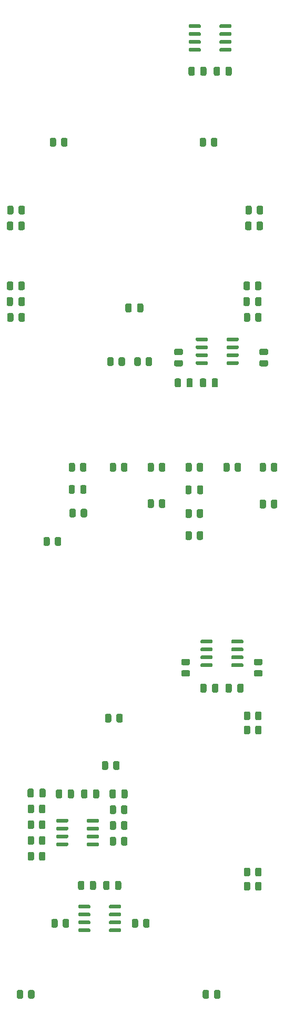
<source format=gbp>
G04 #@! TF.GenerationSoftware,KiCad,Pcbnew,6.0.5+dfsg-1~bpo11+1*
G04 #@! TF.CreationDate,2023-04-15T13:23:45+00:00*
G04 #@! TF.ProjectId,compressor_distortion,636f6d70-7265-4737-936f-725f64697374,0.1*
G04 #@! TF.SameCoordinates,Original*
G04 #@! TF.FileFunction,Paste,Bot*
G04 #@! TF.FilePolarity,Positive*
%FSLAX46Y46*%
G04 Gerber Fmt 4.6, Leading zero omitted, Abs format (unit mm)*
G04 Created by KiCad (PCBNEW 6.0.5+dfsg-1~bpo11+1) date 2023-04-15 13:23:45*
%MOMM*%
%LPD*%
G01*
G04 APERTURE LIST*
G04 APERTURE END LIST*
G36*
G01*
X91580000Y-102649000D02*
X91580000Y-103599000D01*
G75*
G02*
X91330000Y-103849000I-250000J0D01*
G01*
X90830000Y-103849000D01*
G75*
G02*
X90580000Y-103599000I0J250000D01*
G01*
X90580000Y-102649000D01*
G75*
G02*
X90830000Y-102399000I250000J0D01*
G01*
X91330000Y-102399000D01*
G75*
G02*
X91580000Y-102649000I0J-250000D01*
G01*
G37*
G36*
G01*
X89680000Y-102649000D02*
X89680000Y-103599000D01*
G75*
G02*
X89430000Y-103849000I-250000J0D01*
G01*
X88930000Y-103849000D01*
G75*
G02*
X88680000Y-103599000I0J250000D01*
G01*
X88680000Y-102649000D01*
G75*
G02*
X88930000Y-102399000I250000J0D01*
G01*
X89430000Y-102399000D01*
G75*
G02*
X89680000Y-102649000I0J-250000D01*
G01*
G37*
G36*
G01*
X128709000Y-160627000D02*
X129609000Y-160627000D01*
G75*
G02*
X129859000Y-160877000I0J-250000D01*
G01*
X129859000Y-161402000D01*
G75*
G02*
X129609000Y-161652000I-250000J0D01*
G01*
X128709000Y-161652000D01*
G75*
G02*
X128459000Y-161402000I0J250000D01*
G01*
X128459000Y-160877000D01*
G75*
G02*
X128709000Y-160627000I250000J0D01*
G01*
G37*
G36*
G01*
X128709000Y-162452000D02*
X129609000Y-162452000D01*
G75*
G02*
X129859000Y-162702000I0J-250000D01*
G01*
X129859000Y-163227000D01*
G75*
G02*
X129609000Y-163477000I-250000J0D01*
G01*
X128709000Y-163477000D01*
G75*
G02*
X128459000Y-163227000I0J250000D01*
G01*
X128459000Y-162702000D01*
G75*
G02*
X128709000Y-162452000I250000J0D01*
G01*
G37*
G36*
G01*
X111661000Y-202750000D02*
X111661000Y-203650000D01*
G75*
G02*
X111411000Y-203900000I-250000J0D01*
G01*
X110886000Y-203900000D01*
G75*
G02*
X110636000Y-203650000I0J250000D01*
G01*
X110636000Y-202750000D01*
G75*
G02*
X110886000Y-202500000I250000J0D01*
G01*
X111411000Y-202500000D01*
G75*
G02*
X111661000Y-202750000I0J-250000D01*
G01*
G37*
G36*
G01*
X109836000Y-202750000D02*
X109836000Y-203650000D01*
G75*
G02*
X109586000Y-203900000I-250000J0D01*
G01*
X109061000Y-203900000D01*
G75*
G02*
X108811000Y-203650000I0J250000D01*
G01*
X108811000Y-202750000D01*
G75*
G02*
X109061000Y-202500000I250000J0D01*
G01*
X109586000Y-202500000D01*
G75*
G02*
X109836000Y-202750000I0J-250000D01*
G01*
G37*
G36*
G01*
X122674000Y-115730000D02*
X122674000Y-116680000D01*
G75*
G02*
X122424000Y-116930000I-250000J0D01*
G01*
X121924000Y-116930000D01*
G75*
G02*
X121674000Y-116680000I0J250000D01*
G01*
X121674000Y-115730000D01*
G75*
G02*
X121924000Y-115480000I250000J0D01*
G01*
X122424000Y-115480000D01*
G75*
G02*
X122674000Y-115730000I0J-250000D01*
G01*
G37*
G36*
G01*
X120774000Y-115730000D02*
X120774000Y-116680000D01*
G75*
G02*
X120524000Y-116930000I-250000J0D01*
G01*
X120024000Y-116930000D01*
G75*
G02*
X119774000Y-116680000I0J250000D01*
G01*
X119774000Y-115730000D01*
G75*
G02*
X120024000Y-115480000I250000J0D01*
G01*
X120524000Y-115480000D01*
G75*
G02*
X120774000Y-115730000I0J-250000D01*
G01*
G37*
G36*
G01*
X107114000Y-196629000D02*
X107114000Y-197579000D01*
G75*
G02*
X106864000Y-197829000I-250000J0D01*
G01*
X106364000Y-197829000D01*
G75*
G02*
X106114000Y-197579000I0J250000D01*
G01*
X106114000Y-196629000D01*
G75*
G02*
X106364000Y-196379000I250000J0D01*
G01*
X106864000Y-196379000D01*
G75*
G02*
X107114000Y-196629000I0J-250000D01*
G01*
G37*
G36*
G01*
X105214000Y-196629000D02*
X105214000Y-197579000D01*
G75*
G02*
X104964000Y-197829000I-250000J0D01*
G01*
X104464000Y-197829000D01*
G75*
G02*
X104214000Y-197579000I0J250000D01*
G01*
X104214000Y-196629000D01*
G75*
G02*
X104464000Y-196379000I250000J0D01*
G01*
X104964000Y-196379000D01*
G75*
G02*
X105214000Y-196629000I0J-250000D01*
G01*
G37*
G36*
G01*
X126799000Y-164879000D02*
X126799000Y-165829000D01*
G75*
G02*
X126549000Y-166079000I-250000J0D01*
G01*
X126049000Y-166079000D01*
G75*
G02*
X125799000Y-165829000I0J250000D01*
G01*
X125799000Y-164879000D01*
G75*
G02*
X126049000Y-164629000I250000J0D01*
G01*
X126549000Y-164629000D01*
G75*
G02*
X126799000Y-164879000I0J-250000D01*
G01*
G37*
G36*
G01*
X124899000Y-164879000D02*
X124899000Y-165829000D01*
G75*
G02*
X124649000Y-166079000I-250000J0D01*
G01*
X124149000Y-166079000D01*
G75*
G02*
X123899000Y-165829000I0J250000D01*
G01*
X123899000Y-164879000D01*
G75*
G02*
X124149000Y-164629000I250000J0D01*
G01*
X124649000Y-164629000D01*
G75*
G02*
X124899000Y-164879000I0J-250000D01*
G01*
G37*
G36*
G01*
X92047000Y-185235000D02*
X92047000Y-184335000D01*
G75*
G02*
X92297000Y-184085000I250000J0D01*
G01*
X92822000Y-184085000D01*
G75*
G02*
X93072000Y-184335000I0J-250000D01*
G01*
X93072000Y-185235000D01*
G75*
G02*
X92822000Y-185485000I-250000J0D01*
G01*
X92297000Y-185485000D01*
G75*
G02*
X92047000Y-185235000I0J250000D01*
G01*
G37*
G36*
G01*
X93872000Y-185235000D02*
X93872000Y-184335000D01*
G75*
G02*
X94122000Y-184085000I250000J0D01*
G01*
X94647000Y-184085000D01*
G75*
G02*
X94897000Y-184335000I0J-250000D01*
G01*
X94897000Y-185235000D01*
G75*
G02*
X94647000Y-185485000I-250000J0D01*
G01*
X94122000Y-185485000D01*
G75*
G02*
X93872000Y-185235000I0J250000D01*
G01*
G37*
G36*
G01*
X109215500Y-113226000D02*
X109215500Y-112326000D01*
G75*
G02*
X109465500Y-112076000I250000J0D01*
G01*
X109990500Y-112076000D01*
G75*
G02*
X110240500Y-112326000I0J-250000D01*
G01*
X110240500Y-113226000D01*
G75*
G02*
X109990500Y-113476000I-250000J0D01*
G01*
X109465500Y-113476000D01*
G75*
G02*
X109215500Y-113226000I0J250000D01*
G01*
G37*
G36*
G01*
X111040500Y-113226000D02*
X111040500Y-112326000D01*
G75*
G02*
X111290500Y-112076000I250000J0D01*
G01*
X111815500Y-112076000D01*
G75*
G02*
X112065500Y-112326000I0J-250000D01*
G01*
X112065500Y-113226000D01*
G75*
G02*
X111815500Y-113476000I-250000J0D01*
G01*
X111290500Y-113476000D01*
G75*
G02*
X111040500Y-113226000I0J250000D01*
G01*
G37*
G36*
G01*
X101604500Y-136710000D02*
X101604500Y-137610000D01*
G75*
G02*
X101354500Y-137860000I-250000J0D01*
G01*
X100829500Y-137860000D01*
G75*
G02*
X100579500Y-137610000I0J250000D01*
G01*
X100579500Y-136710000D01*
G75*
G02*
X100829500Y-136460000I250000J0D01*
G01*
X101354500Y-136460000D01*
G75*
G02*
X101604500Y-136710000I0J-250000D01*
G01*
G37*
G36*
G01*
X99779500Y-136710000D02*
X99779500Y-137610000D01*
G75*
G02*
X99529500Y-137860000I-250000J0D01*
G01*
X99004500Y-137860000D01*
G75*
G02*
X98754500Y-137610000I0J250000D01*
G01*
X98754500Y-136710000D01*
G75*
G02*
X99004500Y-136460000I250000J0D01*
G01*
X99529500Y-136460000D01*
G75*
G02*
X99779500Y-136710000I0J-250000D01*
G01*
G37*
G36*
G01*
X117025000Y-160627000D02*
X117925000Y-160627000D01*
G75*
G02*
X118175000Y-160877000I0J-250000D01*
G01*
X118175000Y-161402000D01*
G75*
G02*
X117925000Y-161652000I-250000J0D01*
G01*
X117025000Y-161652000D01*
G75*
G02*
X116775000Y-161402000I0J250000D01*
G01*
X116775000Y-160877000D01*
G75*
G02*
X117025000Y-160627000I250000J0D01*
G01*
G37*
G36*
G01*
X117025000Y-162452000D02*
X117925000Y-162452000D01*
G75*
G02*
X118175000Y-162702000I0J-250000D01*
G01*
X118175000Y-163227000D01*
G75*
G02*
X117925000Y-163477000I-250000J0D01*
G01*
X117025000Y-163477000D01*
G75*
G02*
X116775000Y-163227000I0J250000D01*
G01*
X116775000Y-162702000D01*
G75*
G02*
X117025000Y-162452000I250000J0D01*
G01*
G37*
G36*
G01*
X126845000Y-172535000D02*
X126845000Y-171635000D01*
G75*
G02*
X127095000Y-171385000I250000J0D01*
G01*
X127620000Y-171385000D01*
G75*
G02*
X127870000Y-171635000I0J-250000D01*
G01*
X127870000Y-172535000D01*
G75*
G02*
X127620000Y-172785000I-250000J0D01*
G01*
X127095000Y-172785000D01*
G75*
G02*
X126845000Y-172535000I0J250000D01*
G01*
G37*
G36*
G01*
X128670000Y-172535000D02*
X128670000Y-171635000D01*
G75*
G02*
X128920000Y-171385000I250000J0D01*
G01*
X129445000Y-171385000D01*
G75*
G02*
X129695000Y-171635000I0J-250000D01*
G01*
X129695000Y-172535000D01*
G75*
G02*
X129445000Y-172785000I-250000J0D01*
G01*
X128920000Y-172785000D01*
G75*
G02*
X128670000Y-172535000I0J250000D01*
G01*
G37*
G36*
G01*
X101501000Y-132893750D02*
X101501000Y-133806250D01*
G75*
G02*
X101257250Y-134050000I-243750J0D01*
G01*
X100769750Y-134050000D01*
G75*
G02*
X100526000Y-133806250I0J243750D01*
G01*
X100526000Y-132893750D01*
G75*
G02*
X100769750Y-132650000I243750J0D01*
G01*
X101257250Y-132650000D01*
G75*
G02*
X101501000Y-132893750I0J-243750D01*
G01*
G37*
G36*
G01*
X99626000Y-132893750D02*
X99626000Y-133806250D01*
G75*
G02*
X99382250Y-134050000I-243750J0D01*
G01*
X98894750Y-134050000D01*
G75*
G02*
X98651000Y-133806250I0J243750D01*
G01*
X98651000Y-132893750D01*
G75*
G02*
X98894750Y-132650000I243750J0D01*
G01*
X99382250Y-132650000D01*
G75*
G02*
X99626000Y-132893750I0J-243750D01*
G01*
G37*
G36*
G01*
X107700500Y-112326000D02*
X107700500Y-113226000D01*
G75*
G02*
X107450500Y-113476000I-250000J0D01*
G01*
X106925500Y-113476000D01*
G75*
G02*
X106675500Y-113226000I0J250000D01*
G01*
X106675500Y-112326000D01*
G75*
G02*
X106925500Y-112076000I250000J0D01*
G01*
X107450500Y-112076000D01*
G75*
G02*
X107700500Y-112326000I0J-250000D01*
G01*
G37*
G36*
G01*
X105875500Y-112326000D02*
X105875500Y-113226000D01*
G75*
G02*
X105625500Y-113476000I-250000J0D01*
G01*
X105100500Y-113476000D01*
G75*
G02*
X104850500Y-113226000I0J250000D01*
G01*
X104850500Y-112326000D01*
G75*
G02*
X105100500Y-112076000I250000J0D01*
G01*
X105625500Y-112076000D01*
G75*
G02*
X105875500Y-112326000I0J-250000D01*
G01*
G37*
G36*
G01*
X127099000Y-88842000D02*
X127099000Y-87942000D01*
G75*
G02*
X127349000Y-87692000I250000J0D01*
G01*
X127874000Y-87692000D01*
G75*
G02*
X128124000Y-87942000I0J-250000D01*
G01*
X128124000Y-88842000D01*
G75*
G02*
X127874000Y-89092000I-250000J0D01*
G01*
X127349000Y-89092000D01*
G75*
G02*
X127099000Y-88842000I0J250000D01*
G01*
G37*
G36*
G01*
X128924000Y-88842000D02*
X128924000Y-87942000D01*
G75*
G02*
X129174000Y-87692000I250000J0D01*
G01*
X129699000Y-87692000D01*
G75*
G02*
X129949000Y-87942000I0J-250000D01*
G01*
X129949000Y-88842000D01*
G75*
G02*
X129699000Y-89092000I-250000J0D01*
G01*
X129174000Y-89092000D01*
G75*
G02*
X128924000Y-88842000I0J250000D01*
G01*
G37*
G36*
G01*
X103558000Y-181897000D02*
X103558000Y-182847000D01*
G75*
G02*
X103308000Y-183097000I-250000J0D01*
G01*
X102808000Y-183097000D01*
G75*
G02*
X102558000Y-182847000I0J250000D01*
G01*
X102558000Y-181897000D01*
G75*
G02*
X102808000Y-181647000I250000J0D01*
G01*
X103308000Y-181647000D01*
G75*
G02*
X103558000Y-181897000I0J-250000D01*
G01*
G37*
G36*
G01*
X101658000Y-181897000D02*
X101658000Y-182847000D01*
G75*
G02*
X101408000Y-183097000I-250000J0D01*
G01*
X100908000Y-183097000D01*
G75*
G02*
X100658000Y-182847000I0J250000D01*
G01*
X100658000Y-181897000D01*
G75*
G02*
X100908000Y-181647000I250000J0D01*
G01*
X101408000Y-181647000D01*
G75*
G02*
X101658000Y-181897000I0J-250000D01*
G01*
G37*
G36*
G01*
X129655000Y-100134000D02*
X129655000Y-101034000D01*
G75*
G02*
X129405000Y-101284000I-250000J0D01*
G01*
X128880000Y-101284000D01*
G75*
G02*
X128630000Y-101034000I0J250000D01*
G01*
X128630000Y-100134000D01*
G75*
G02*
X128880000Y-99884000I250000J0D01*
G01*
X129405000Y-99884000D01*
G75*
G02*
X129655000Y-100134000I0J-250000D01*
G01*
G37*
G36*
G01*
X127830000Y-100134000D02*
X127830000Y-101034000D01*
G75*
G02*
X127580000Y-101284000I-250000J0D01*
G01*
X127055000Y-101284000D01*
G75*
G02*
X126805000Y-101034000I0J250000D01*
G01*
X126805000Y-100134000D01*
G75*
G02*
X127055000Y-99884000I250000J0D01*
G01*
X127580000Y-99884000D01*
G75*
G02*
X127830000Y-100134000I0J-250000D01*
G01*
G37*
G36*
G01*
X108105000Y-189542000D02*
X108105000Y-190442000D01*
G75*
G02*
X107855000Y-190692000I-250000J0D01*
G01*
X107330000Y-190692000D01*
G75*
G02*
X107080000Y-190442000I0J250000D01*
G01*
X107080000Y-189542000D01*
G75*
G02*
X107330000Y-189292000I250000J0D01*
G01*
X107855000Y-189292000D01*
G75*
G02*
X108105000Y-189542000I0J-250000D01*
G01*
G37*
G36*
G01*
X106280000Y-189542000D02*
X106280000Y-190442000D01*
G75*
G02*
X106030000Y-190692000I-250000J0D01*
G01*
X105505000Y-190692000D01*
G75*
G02*
X105255000Y-190442000I0J250000D01*
G01*
X105255000Y-189542000D01*
G75*
G02*
X105505000Y-189292000I250000J0D01*
G01*
X106030000Y-189292000D01*
G75*
G02*
X106280000Y-189542000I0J-250000D01*
G01*
G37*
G36*
G01*
X103050000Y-196629000D02*
X103050000Y-197579000D01*
G75*
G02*
X102800000Y-197829000I-250000J0D01*
G01*
X102300000Y-197829000D01*
G75*
G02*
X102050000Y-197579000I0J250000D01*
G01*
X102050000Y-196629000D01*
G75*
G02*
X102300000Y-196379000I250000J0D01*
G01*
X102800000Y-196379000D01*
G75*
G02*
X103050000Y-196629000I0J-250000D01*
G01*
G37*
G36*
G01*
X101150000Y-196629000D02*
X101150000Y-197579000D01*
G75*
G02*
X100900000Y-197829000I-250000J0D01*
G01*
X100400000Y-197829000D01*
G75*
G02*
X100150000Y-197579000I0J250000D01*
G01*
X100150000Y-196629000D01*
G75*
G02*
X100400000Y-196379000I250000J0D01*
G01*
X100900000Y-196379000D01*
G75*
G02*
X101150000Y-196629000I0J-250000D01*
G01*
G37*
G36*
G01*
X93142500Y-214180000D02*
X93142500Y-215080000D01*
G75*
G02*
X92892500Y-215330000I-250000J0D01*
G01*
X92367500Y-215330000D01*
G75*
G02*
X92117500Y-215080000I0J250000D01*
G01*
X92117500Y-214180000D01*
G75*
G02*
X92367500Y-213930000I250000J0D01*
G01*
X92892500Y-213930000D01*
G75*
G02*
X93142500Y-214180000I0J-250000D01*
G01*
G37*
G36*
G01*
X91317500Y-214180000D02*
X91317500Y-215080000D01*
G75*
G02*
X91067500Y-215330000I-250000J0D01*
G01*
X90542500Y-215330000D01*
G75*
G02*
X90292500Y-215080000I0J250000D01*
G01*
X90292500Y-214180000D01*
G75*
G02*
X90542500Y-213930000I250000J0D01*
G01*
X91067500Y-213930000D01*
G75*
G02*
X91317500Y-214180000I0J-250000D01*
G01*
G37*
G36*
G01*
X95857000Y-203650000D02*
X95857000Y-202750000D01*
G75*
G02*
X96107000Y-202500000I250000J0D01*
G01*
X96632000Y-202500000D01*
G75*
G02*
X96882000Y-202750000I0J-250000D01*
G01*
X96882000Y-203650000D01*
G75*
G02*
X96632000Y-203900000I-250000J0D01*
G01*
X96107000Y-203900000D01*
G75*
G02*
X95857000Y-203650000I0J250000D01*
G01*
G37*
G36*
G01*
X97682000Y-203650000D02*
X97682000Y-202750000D01*
G75*
G02*
X97932000Y-202500000I250000J0D01*
G01*
X98457000Y-202500000D01*
G75*
G02*
X98707000Y-202750000I0J-250000D01*
G01*
X98707000Y-203650000D01*
G75*
G02*
X98457000Y-203900000I-250000J0D01*
G01*
X97932000Y-203900000D01*
G75*
G02*
X97682000Y-203650000I0J250000D01*
G01*
G37*
G36*
G01*
X91595000Y-105214000D02*
X91595000Y-106114000D01*
G75*
G02*
X91345000Y-106364000I-250000J0D01*
G01*
X90820000Y-106364000D01*
G75*
G02*
X90570000Y-106114000I0J250000D01*
G01*
X90570000Y-105214000D01*
G75*
G02*
X90820000Y-104964000I250000J0D01*
G01*
X91345000Y-104964000D01*
G75*
G02*
X91595000Y-105214000I0J-250000D01*
G01*
G37*
G36*
G01*
X89770000Y-105214000D02*
X89770000Y-106114000D01*
G75*
G02*
X89520000Y-106364000I-250000J0D01*
G01*
X88995000Y-106364000D01*
G75*
G02*
X88745000Y-106114000I0J250000D01*
G01*
X88745000Y-105214000D01*
G75*
G02*
X88995000Y-104964000I250000J0D01*
G01*
X89520000Y-104964000D01*
G75*
G02*
X89770000Y-105214000I0J-250000D01*
G01*
G37*
G36*
G01*
X126845000Y-197681000D02*
X126845000Y-196781000D01*
G75*
G02*
X127095000Y-196531000I250000J0D01*
G01*
X127620000Y-196531000D01*
G75*
G02*
X127870000Y-196781000I0J-250000D01*
G01*
X127870000Y-197681000D01*
G75*
G02*
X127620000Y-197931000I-250000J0D01*
G01*
X127095000Y-197931000D01*
G75*
G02*
X126845000Y-197681000I0J250000D01*
G01*
G37*
G36*
G01*
X128670000Y-197681000D02*
X128670000Y-196781000D01*
G75*
G02*
X128920000Y-196531000I250000J0D01*
G01*
X129445000Y-196531000D01*
G75*
G02*
X129695000Y-196781000I0J-250000D01*
G01*
X129695000Y-197681000D01*
G75*
G02*
X129445000Y-197931000I-250000J0D01*
G01*
X128920000Y-197931000D01*
G75*
G02*
X128670000Y-197681000I0J250000D01*
G01*
G37*
G36*
G01*
X127059000Y-91382000D02*
X127059000Y-90482000D01*
G75*
G02*
X127309000Y-90232000I250000J0D01*
G01*
X127834000Y-90232000D01*
G75*
G02*
X128084000Y-90482000I0J-250000D01*
G01*
X128084000Y-91382000D01*
G75*
G02*
X127834000Y-91632000I-250000J0D01*
G01*
X127309000Y-91632000D01*
G75*
G02*
X127059000Y-91382000I0J250000D01*
G01*
G37*
G36*
G01*
X128884000Y-91382000D02*
X128884000Y-90482000D01*
G75*
G02*
X129134000Y-90232000I250000J0D01*
G01*
X129659000Y-90232000D01*
G75*
G02*
X129909000Y-90482000I0J-250000D01*
G01*
X129909000Y-91382000D01*
G75*
G02*
X129659000Y-91632000I-250000J0D01*
G01*
X129134000Y-91632000D01*
G75*
G02*
X128884000Y-91382000I0J250000D01*
G01*
G37*
G36*
G01*
X92047000Y-190315000D02*
X92047000Y-189415000D01*
G75*
G02*
X92297000Y-189165000I250000J0D01*
G01*
X92822000Y-189165000D01*
G75*
G02*
X93072000Y-189415000I0J-250000D01*
G01*
X93072000Y-190315000D01*
G75*
G02*
X92822000Y-190565000I-250000J0D01*
G01*
X92297000Y-190565000D01*
G75*
G02*
X92047000Y-190315000I0J250000D01*
G01*
G37*
G36*
G01*
X93872000Y-190315000D02*
X93872000Y-189415000D01*
G75*
G02*
X94122000Y-189165000I250000J0D01*
G01*
X94647000Y-189165000D01*
G75*
G02*
X94897000Y-189415000I0J-250000D01*
G01*
X94897000Y-190315000D01*
G75*
G02*
X94647000Y-190565000I-250000J0D01*
G01*
X94122000Y-190565000D01*
G75*
G02*
X93872000Y-190315000I0J250000D01*
G01*
G37*
G36*
G01*
X91595000Y-87942000D02*
X91595000Y-88842000D01*
G75*
G02*
X91345000Y-89092000I-250000J0D01*
G01*
X90820000Y-89092000D01*
G75*
G02*
X90570000Y-88842000I0J250000D01*
G01*
X90570000Y-87942000D01*
G75*
G02*
X90820000Y-87692000I250000J0D01*
G01*
X91345000Y-87692000D01*
G75*
G02*
X91595000Y-87942000I0J-250000D01*
G01*
G37*
G36*
G01*
X89770000Y-87942000D02*
X89770000Y-88842000D01*
G75*
G02*
X89520000Y-89092000I-250000J0D01*
G01*
X88995000Y-89092000D01*
G75*
G02*
X88745000Y-88842000I0J250000D01*
G01*
X88745000Y-87942000D01*
G75*
G02*
X88995000Y-87692000I250000J0D01*
G01*
X89520000Y-87692000D01*
G75*
G02*
X89770000Y-87942000I0J-250000D01*
G01*
G37*
G36*
G01*
X94897000Y-191955000D02*
X94897000Y-192855000D01*
G75*
G02*
X94647000Y-193105000I-250000J0D01*
G01*
X94122000Y-193105000D01*
G75*
G02*
X93872000Y-192855000I0J250000D01*
G01*
X93872000Y-191955000D01*
G75*
G02*
X94122000Y-191705000I250000J0D01*
G01*
X94647000Y-191705000D01*
G75*
G02*
X94897000Y-191955000I0J-250000D01*
G01*
G37*
G36*
G01*
X93072000Y-191955000D02*
X93072000Y-192855000D01*
G75*
G02*
X92822000Y-193105000I-250000J0D01*
G01*
X92297000Y-193105000D01*
G75*
G02*
X92047000Y-192855000I0J250000D01*
G01*
X92047000Y-191955000D01*
G75*
G02*
X92297000Y-191705000I250000J0D01*
G01*
X92822000Y-191705000D01*
G75*
G02*
X93072000Y-191955000I0J-250000D01*
G01*
G37*
G36*
G01*
X122583620Y-77020000D02*
X122583620Y-77920000D01*
G75*
G02*
X122333620Y-78170000I-250000J0D01*
G01*
X121808620Y-78170000D01*
G75*
G02*
X121558620Y-77920000I0J250000D01*
G01*
X121558620Y-77020000D01*
G75*
G02*
X121808620Y-76770000I250000J0D01*
G01*
X122333620Y-76770000D01*
G75*
G02*
X122583620Y-77020000I0J-250000D01*
G01*
G37*
G36*
G01*
X120758620Y-77020000D02*
X120758620Y-77920000D01*
G75*
G02*
X120508620Y-78170000I-250000J0D01*
G01*
X119983620Y-78170000D01*
G75*
G02*
X119733620Y-77920000I0J250000D01*
G01*
X119733620Y-77020000D01*
G75*
G02*
X119983620Y-76770000I250000J0D01*
G01*
X120508620Y-76770000D01*
G75*
G02*
X120758620Y-77020000I0J-250000D01*
G01*
G37*
G36*
G01*
X101501000Y-129344000D02*
X101501000Y-130244000D01*
G75*
G02*
X101251000Y-130494000I-250000J0D01*
G01*
X100726000Y-130494000D01*
G75*
G02*
X100476000Y-130244000I0J250000D01*
G01*
X100476000Y-129344000D01*
G75*
G02*
X100726000Y-129094000I250000J0D01*
G01*
X101251000Y-129094000D01*
G75*
G02*
X101501000Y-129344000I0J-250000D01*
G01*
G37*
G36*
G01*
X99676000Y-129344000D02*
X99676000Y-130244000D01*
G75*
G02*
X99426000Y-130494000I-250000J0D01*
G01*
X98901000Y-130494000D01*
G75*
G02*
X98651000Y-130244000I0J250000D01*
G01*
X98651000Y-129344000D01*
G75*
G02*
X98901000Y-129094000I250000J0D01*
G01*
X99426000Y-129094000D01*
G75*
G02*
X99676000Y-129344000I0J-250000D01*
G01*
G37*
G36*
G01*
X97437000Y-141282000D02*
X97437000Y-142182000D01*
G75*
G02*
X97187000Y-142432000I-250000J0D01*
G01*
X96662000Y-142432000D01*
G75*
G02*
X96412000Y-142182000I0J250000D01*
G01*
X96412000Y-141282000D01*
G75*
G02*
X96662000Y-141032000I250000J0D01*
G01*
X97187000Y-141032000D01*
G75*
G02*
X97437000Y-141282000I0J-250000D01*
G01*
G37*
G36*
G01*
X95612000Y-141282000D02*
X95612000Y-142182000D01*
G75*
G02*
X95362000Y-142432000I-250000J0D01*
G01*
X94837000Y-142432000D01*
G75*
G02*
X94587000Y-142182000I0J250000D01*
G01*
X94587000Y-141282000D01*
G75*
G02*
X94837000Y-141032000I250000J0D01*
G01*
X95362000Y-141032000D01*
G75*
G02*
X95612000Y-141282000I0J-250000D01*
G01*
G37*
G36*
G01*
X120297000Y-140338000D02*
X120297000Y-141238000D01*
G75*
G02*
X120047000Y-141488000I-250000J0D01*
G01*
X119522000Y-141488000D01*
G75*
G02*
X119272000Y-141238000I0J250000D01*
G01*
X119272000Y-140338000D01*
G75*
G02*
X119522000Y-140088000I250000J0D01*
G01*
X120047000Y-140088000D01*
G75*
G02*
X120297000Y-140338000I0J-250000D01*
G01*
G37*
G36*
G01*
X118472000Y-140338000D02*
X118472000Y-141238000D01*
G75*
G02*
X118222000Y-141488000I-250000J0D01*
G01*
X117697000Y-141488000D01*
G75*
G02*
X117447000Y-141238000I0J250000D01*
G01*
X117447000Y-140338000D01*
G75*
G02*
X117697000Y-140088000I250000J0D01*
G01*
X118222000Y-140088000D01*
G75*
G02*
X118472000Y-140338000I0J-250000D01*
G01*
G37*
G36*
G01*
X120830000Y-65565000D02*
X120830000Y-66515000D01*
G75*
G02*
X120580000Y-66765000I-250000J0D01*
G01*
X120080000Y-66765000D01*
G75*
G02*
X119830000Y-66515000I0J250000D01*
G01*
X119830000Y-65565000D01*
G75*
G02*
X120080000Y-65315000I250000J0D01*
G01*
X120580000Y-65315000D01*
G75*
G02*
X120830000Y-65565000I0J-250000D01*
G01*
G37*
G36*
G01*
X118930000Y-65565000D02*
X118930000Y-66515000D01*
G75*
G02*
X118680000Y-66765000I-250000J0D01*
G01*
X118180000Y-66765000D01*
G75*
G02*
X117930000Y-66515000I0J250000D01*
G01*
X117930000Y-65565000D01*
G75*
G02*
X118180000Y-65315000I250000J0D01*
G01*
X118680000Y-65315000D01*
G75*
G02*
X118930000Y-65565000I0J-250000D01*
G01*
G37*
G36*
G01*
X129695000Y-169349000D02*
X129695000Y-170249000D01*
G75*
G02*
X129445000Y-170499000I-250000J0D01*
G01*
X128920000Y-170499000D01*
G75*
G02*
X128670000Y-170249000I0J250000D01*
G01*
X128670000Y-169349000D01*
G75*
G02*
X128920000Y-169099000I250000J0D01*
G01*
X129445000Y-169099000D01*
G75*
G02*
X129695000Y-169349000I0J-250000D01*
G01*
G37*
G36*
G01*
X127870000Y-169349000D02*
X127870000Y-170249000D01*
G75*
G02*
X127620000Y-170499000I-250000J0D01*
G01*
X127095000Y-170499000D01*
G75*
G02*
X126845000Y-170249000I0J250000D01*
G01*
X126845000Y-169349000D01*
G75*
G02*
X127095000Y-169099000I250000J0D01*
G01*
X127620000Y-169099000D01*
G75*
G02*
X127870000Y-169349000I0J-250000D01*
G01*
G37*
G36*
G01*
X117447000Y-133878250D02*
X117447000Y-132965750D01*
G75*
G02*
X117690750Y-132722000I243750J0D01*
G01*
X118178250Y-132722000D01*
G75*
G02*
X118422000Y-132965750I0J-243750D01*
G01*
X118422000Y-133878250D01*
G75*
G02*
X118178250Y-134122000I-243750J0D01*
G01*
X117690750Y-134122000D01*
G75*
G02*
X117447000Y-133878250I0J243750D01*
G01*
G37*
G36*
G01*
X119322000Y-133878250D02*
X119322000Y-132965750D01*
G75*
G02*
X119565750Y-132722000I243750J0D01*
G01*
X120053250Y-132722000D01*
G75*
G02*
X120297000Y-132965750I0J-243750D01*
G01*
X120297000Y-133878250D01*
G75*
G02*
X120053250Y-134122000I-243750J0D01*
G01*
X119565750Y-134122000D01*
G75*
G02*
X119322000Y-133878250I0J243750D01*
G01*
G37*
G36*
G01*
X124862000Y-58651000D02*
X124862000Y-58951000D01*
G75*
G02*
X124712000Y-59101000I-150000J0D01*
G01*
X123062000Y-59101000D01*
G75*
G02*
X122912000Y-58951000I0J150000D01*
G01*
X122912000Y-58651000D01*
G75*
G02*
X123062000Y-58501000I150000J0D01*
G01*
X124712000Y-58501000D01*
G75*
G02*
X124862000Y-58651000I0J-150000D01*
G01*
G37*
G36*
G01*
X124862000Y-59921000D02*
X124862000Y-60221000D01*
G75*
G02*
X124712000Y-60371000I-150000J0D01*
G01*
X123062000Y-60371000D01*
G75*
G02*
X122912000Y-60221000I0J150000D01*
G01*
X122912000Y-59921000D01*
G75*
G02*
X123062000Y-59771000I150000J0D01*
G01*
X124712000Y-59771000D01*
G75*
G02*
X124862000Y-59921000I0J-150000D01*
G01*
G37*
G36*
G01*
X124862000Y-61191000D02*
X124862000Y-61491000D01*
G75*
G02*
X124712000Y-61641000I-150000J0D01*
G01*
X123062000Y-61641000D01*
G75*
G02*
X122912000Y-61491000I0J150000D01*
G01*
X122912000Y-61191000D01*
G75*
G02*
X123062000Y-61041000I150000J0D01*
G01*
X124712000Y-61041000D01*
G75*
G02*
X124862000Y-61191000I0J-150000D01*
G01*
G37*
G36*
G01*
X124862000Y-62461000D02*
X124862000Y-62761000D01*
G75*
G02*
X124712000Y-62911000I-150000J0D01*
G01*
X123062000Y-62911000D01*
G75*
G02*
X122912000Y-62761000I0J150000D01*
G01*
X122912000Y-62461000D01*
G75*
G02*
X123062000Y-62311000I150000J0D01*
G01*
X124712000Y-62311000D01*
G75*
G02*
X124862000Y-62461000I0J-150000D01*
G01*
G37*
G36*
G01*
X119912000Y-62461000D02*
X119912000Y-62761000D01*
G75*
G02*
X119762000Y-62911000I-150000J0D01*
G01*
X118112000Y-62911000D01*
G75*
G02*
X117962000Y-62761000I0J150000D01*
G01*
X117962000Y-62461000D01*
G75*
G02*
X118112000Y-62311000I150000J0D01*
G01*
X119762000Y-62311000D01*
G75*
G02*
X119912000Y-62461000I0J-150000D01*
G01*
G37*
G36*
G01*
X119912000Y-61191000D02*
X119912000Y-61491000D01*
G75*
G02*
X119762000Y-61641000I-150000J0D01*
G01*
X118112000Y-61641000D01*
G75*
G02*
X117962000Y-61491000I0J150000D01*
G01*
X117962000Y-61191000D01*
G75*
G02*
X118112000Y-61041000I150000J0D01*
G01*
X119762000Y-61041000D01*
G75*
G02*
X119912000Y-61191000I0J-150000D01*
G01*
G37*
G36*
G01*
X119912000Y-59921000D02*
X119912000Y-60221000D01*
G75*
G02*
X119762000Y-60371000I-150000J0D01*
G01*
X118112000Y-60371000D01*
G75*
G02*
X117962000Y-60221000I0J150000D01*
G01*
X117962000Y-59921000D01*
G75*
G02*
X118112000Y-59771000I150000J0D01*
G01*
X119762000Y-59771000D01*
G75*
G02*
X119912000Y-59921000I0J-150000D01*
G01*
G37*
G36*
G01*
X119912000Y-58651000D02*
X119912000Y-58951000D01*
G75*
G02*
X119762000Y-59101000I-150000J0D01*
G01*
X118112000Y-59101000D01*
G75*
G02*
X117962000Y-58951000I0J150000D01*
G01*
X117962000Y-58651000D01*
G75*
G02*
X118112000Y-58501000I150000J0D01*
G01*
X119762000Y-58501000D01*
G75*
G02*
X119912000Y-58651000I0J-150000D01*
G01*
G37*
G36*
G01*
X126767000Y-157711000D02*
X126767000Y-158011000D01*
G75*
G02*
X126617000Y-158161000I-150000J0D01*
G01*
X124967000Y-158161000D01*
G75*
G02*
X124817000Y-158011000I0J150000D01*
G01*
X124817000Y-157711000D01*
G75*
G02*
X124967000Y-157561000I150000J0D01*
G01*
X126617000Y-157561000D01*
G75*
G02*
X126767000Y-157711000I0J-150000D01*
G01*
G37*
G36*
G01*
X126767000Y-158981000D02*
X126767000Y-159281000D01*
G75*
G02*
X126617000Y-159431000I-150000J0D01*
G01*
X124967000Y-159431000D01*
G75*
G02*
X124817000Y-159281000I0J150000D01*
G01*
X124817000Y-158981000D01*
G75*
G02*
X124967000Y-158831000I150000J0D01*
G01*
X126617000Y-158831000D01*
G75*
G02*
X126767000Y-158981000I0J-150000D01*
G01*
G37*
G36*
G01*
X126767000Y-160251000D02*
X126767000Y-160551000D01*
G75*
G02*
X126617000Y-160701000I-150000J0D01*
G01*
X124967000Y-160701000D01*
G75*
G02*
X124817000Y-160551000I0J150000D01*
G01*
X124817000Y-160251000D01*
G75*
G02*
X124967000Y-160101000I150000J0D01*
G01*
X126617000Y-160101000D01*
G75*
G02*
X126767000Y-160251000I0J-150000D01*
G01*
G37*
G36*
G01*
X126767000Y-161521000D02*
X126767000Y-161821000D01*
G75*
G02*
X126617000Y-161971000I-150000J0D01*
G01*
X124967000Y-161971000D01*
G75*
G02*
X124817000Y-161821000I0J150000D01*
G01*
X124817000Y-161521000D01*
G75*
G02*
X124967000Y-161371000I150000J0D01*
G01*
X126617000Y-161371000D01*
G75*
G02*
X126767000Y-161521000I0J-150000D01*
G01*
G37*
G36*
G01*
X121817000Y-161521000D02*
X121817000Y-161821000D01*
G75*
G02*
X121667000Y-161971000I-150000J0D01*
G01*
X120017000Y-161971000D01*
G75*
G02*
X119867000Y-161821000I0J150000D01*
G01*
X119867000Y-161521000D01*
G75*
G02*
X120017000Y-161371000I150000J0D01*
G01*
X121667000Y-161371000D01*
G75*
G02*
X121817000Y-161521000I0J-150000D01*
G01*
G37*
G36*
G01*
X121817000Y-160251000D02*
X121817000Y-160551000D01*
G75*
G02*
X121667000Y-160701000I-150000J0D01*
G01*
X120017000Y-160701000D01*
G75*
G02*
X119867000Y-160551000I0J150000D01*
G01*
X119867000Y-160251000D01*
G75*
G02*
X120017000Y-160101000I150000J0D01*
G01*
X121667000Y-160101000D01*
G75*
G02*
X121817000Y-160251000I0J-150000D01*
G01*
G37*
G36*
G01*
X121817000Y-158981000D02*
X121817000Y-159281000D01*
G75*
G02*
X121667000Y-159431000I-150000J0D01*
G01*
X120017000Y-159431000D01*
G75*
G02*
X119867000Y-159281000I0J150000D01*
G01*
X119867000Y-158981000D01*
G75*
G02*
X120017000Y-158831000I150000J0D01*
G01*
X121667000Y-158831000D01*
G75*
G02*
X121817000Y-158981000I0J-150000D01*
G01*
G37*
G36*
G01*
X121817000Y-157711000D02*
X121817000Y-158011000D01*
G75*
G02*
X121667000Y-158161000I-150000J0D01*
G01*
X120017000Y-158161000D01*
G75*
G02*
X119867000Y-158011000I0J150000D01*
G01*
X119867000Y-157711000D01*
G75*
G02*
X120017000Y-157561000I150000J0D01*
G01*
X121667000Y-157561000D01*
G75*
G02*
X121817000Y-157711000I0J-150000D01*
G01*
G37*
G36*
G01*
X126845000Y-106114000D02*
X126845000Y-105214000D01*
G75*
G02*
X127095000Y-104964000I250000J0D01*
G01*
X127620000Y-104964000D01*
G75*
G02*
X127870000Y-105214000I0J-250000D01*
G01*
X127870000Y-106114000D01*
G75*
G02*
X127620000Y-106364000I-250000J0D01*
G01*
X127095000Y-106364000D01*
G75*
G02*
X126845000Y-106114000I0J250000D01*
G01*
G37*
G36*
G01*
X128670000Y-106114000D02*
X128670000Y-105214000D01*
G75*
G02*
X128920000Y-104964000I250000J0D01*
G01*
X129445000Y-104964000D01*
G75*
G02*
X129695000Y-105214000I0J-250000D01*
G01*
X129695000Y-106114000D01*
G75*
G02*
X129445000Y-106364000I-250000J0D01*
G01*
X128920000Y-106364000D01*
G75*
G02*
X128670000Y-106114000I0J250000D01*
G01*
G37*
G36*
G01*
X126780000Y-103599000D02*
X126780000Y-102649000D01*
G75*
G02*
X127030000Y-102399000I250000J0D01*
G01*
X127530000Y-102399000D01*
G75*
G02*
X127780000Y-102649000I0J-250000D01*
G01*
X127780000Y-103599000D01*
G75*
G02*
X127530000Y-103849000I-250000J0D01*
G01*
X127030000Y-103849000D01*
G75*
G02*
X126780000Y-103599000I0J250000D01*
G01*
G37*
G36*
G01*
X128680000Y-103599000D02*
X128680000Y-102649000D01*
G75*
G02*
X128930000Y-102399000I250000J0D01*
G01*
X129430000Y-102399000D01*
G75*
G02*
X129680000Y-102649000I0J-250000D01*
G01*
X129680000Y-103599000D01*
G75*
G02*
X129430000Y-103849000I-250000J0D01*
G01*
X128930000Y-103849000D01*
G75*
G02*
X128680000Y-103599000I0J250000D01*
G01*
G37*
G36*
G01*
X88705000Y-101034000D02*
X88705000Y-100134000D01*
G75*
G02*
X88955000Y-99884000I250000J0D01*
G01*
X89480000Y-99884000D01*
G75*
G02*
X89730000Y-100134000I0J-250000D01*
G01*
X89730000Y-101034000D01*
G75*
G02*
X89480000Y-101284000I-250000J0D01*
G01*
X88955000Y-101284000D01*
G75*
G02*
X88705000Y-101034000I0J250000D01*
G01*
G37*
G36*
G01*
X90530000Y-101034000D02*
X90530000Y-100134000D01*
G75*
G02*
X90780000Y-99884000I250000J0D01*
G01*
X91305000Y-99884000D01*
G75*
G02*
X91555000Y-100134000I0J-250000D01*
G01*
X91555000Y-101034000D01*
G75*
G02*
X91305000Y-101284000I-250000J0D01*
G01*
X90780000Y-101284000D01*
G75*
G02*
X90530000Y-101034000I0J250000D01*
G01*
G37*
G36*
G01*
X92022000Y-182720000D02*
X92022000Y-181770000D01*
G75*
G02*
X92272000Y-181520000I250000J0D01*
G01*
X92772000Y-181520000D01*
G75*
G02*
X93022000Y-181770000I0J-250000D01*
G01*
X93022000Y-182720000D01*
G75*
G02*
X92772000Y-182970000I-250000J0D01*
G01*
X92272000Y-182970000D01*
G75*
G02*
X92022000Y-182720000I0J250000D01*
G01*
G37*
G36*
G01*
X93922000Y-182720000D02*
X93922000Y-181770000D01*
G75*
G02*
X94172000Y-181520000I250000J0D01*
G01*
X94672000Y-181520000D01*
G75*
G02*
X94922000Y-181770000I0J-250000D01*
G01*
X94922000Y-182720000D01*
G75*
G02*
X94672000Y-182970000I-250000J0D01*
G01*
X94172000Y-182970000D01*
G75*
G02*
X93922000Y-182720000I0J250000D01*
G01*
G37*
G36*
G01*
X108105000Y-129344000D02*
X108105000Y-130244000D01*
G75*
G02*
X107855000Y-130494000I-250000J0D01*
G01*
X107330000Y-130494000D01*
G75*
G02*
X107080000Y-130244000I0J250000D01*
G01*
X107080000Y-129344000D01*
G75*
G02*
X107330000Y-129094000I250000J0D01*
G01*
X107855000Y-129094000D01*
G75*
G02*
X108105000Y-129344000I0J-250000D01*
G01*
G37*
G36*
G01*
X106280000Y-129344000D02*
X106280000Y-130244000D01*
G75*
G02*
X106030000Y-130494000I-250000J0D01*
G01*
X105505000Y-130494000D01*
G75*
G02*
X105255000Y-130244000I0J250000D01*
G01*
X105255000Y-129344000D01*
G75*
G02*
X105505000Y-129094000I250000J0D01*
G01*
X106030000Y-129094000D01*
G75*
G02*
X106280000Y-129344000I0J-250000D01*
G01*
G37*
G36*
G01*
X122735000Y-164879000D02*
X122735000Y-165829000D01*
G75*
G02*
X122485000Y-166079000I-250000J0D01*
G01*
X121985000Y-166079000D01*
G75*
G02*
X121735000Y-165829000I0J250000D01*
G01*
X121735000Y-164879000D01*
G75*
G02*
X121985000Y-164629000I250000J0D01*
G01*
X122485000Y-164629000D01*
G75*
G02*
X122735000Y-164879000I0J-250000D01*
G01*
G37*
G36*
G01*
X120835000Y-164879000D02*
X120835000Y-165829000D01*
G75*
G02*
X120585000Y-166079000I-250000J0D01*
G01*
X120085000Y-166079000D01*
G75*
G02*
X119835000Y-165829000I0J250000D01*
G01*
X119835000Y-164879000D01*
G75*
G02*
X120085000Y-164629000I250000J0D01*
G01*
X120585000Y-164629000D01*
G75*
G02*
X120835000Y-164879000I0J-250000D01*
G01*
G37*
G36*
G01*
X99494000Y-181897000D02*
X99494000Y-182847000D01*
G75*
G02*
X99244000Y-183097000I-250000J0D01*
G01*
X98744000Y-183097000D01*
G75*
G02*
X98494000Y-182847000I0J250000D01*
G01*
X98494000Y-181897000D01*
G75*
G02*
X98744000Y-181647000I250000J0D01*
G01*
X99244000Y-181647000D01*
G75*
G02*
X99494000Y-181897000I0J-250000D01*
G01*
G37*
G36*
G01*
X97594000Y-181897000D02*
X97594000Y-182847000D01*
G75*
G02*
X97344000Y-183097000I-250000J0D01*
G01*
X96844000Y-183097000D01*
G75*
G02*
X96594000Y-182847000I0J250000D01*
G01*
X96594000Y-181897000D01*
G75*
G02*
X96844000Y-181647000I250000J0D01*
G01*
X97344000Y-181647000D01*
G75*
G02*
X97594000Y-181897000I0J-250000D01*
G01*
G37*
G36*
G01*
X114201000Y-135186000D02*
X114201000Y-136086000D01*
G75*
G02*
X113951000Y-136336000I-250000J0D01*
G01*
X113426000Y-136336000D01*
G75*
G02*
X113176000Y-136086000I0J250000D01*
G01*
X113176000Y-135186000D01*
G75*
G02*
X113426000Y-134936000I250000J0D01*
G01*
X113951000Y-134936000D01*
G75*
G02*
X114201000Y-135186000I0J-250000D01*
G01*
G37*
G36*
G01*
X112376000Y-135186000D02*
X112376000Y-136086000D01*
G75*
G02*
X112126000Y-136336000I-250000J0D01*
G01*
X111601000Y-136336000D01*
G75*
G02*
X111351000Y-136086000I0J250000D01*
G01*
X111351000Y-135186000D01*
G75*
G02*
X111601000Y-134936000I250000J0D01*
G01*
X112126000Y-134936000D01*
G75*
G02*
X112376000Y-135186000I0J-250000D01*
G01*
G37*
G36*
G01*
X126393000Y-129344000D02*
X126393000Y-130244000D01*
G75*
G02*
X126143000Y-130494000I-250000J0D01*
G01*
X125618000Y-130494000D01*
G75*
G02*
X125368000Y-130244000I0J250000D01*
G01*
X125368000Y-129344000D01*
G75*
G02*
X125618000Y-129094000I250000J0D01*
G01*
X126143000Y-129094000D01*
G75*
G02*
X126393000Y-129344000I0J-250000D01*
G01*
G37*
G36*
G01*
X124568000Y-129344000D02*
X124568000Y-130244000D01*
G75*
G02*
X124318000Y-130494000I-250000J0D01*
G01*
X123793000Y-130494000D01*
G75*
G02*
X123543000Y-130244000I0J250000D01*
G01*
X123543000Y-129344000D01*
G75*
G02*
X123793000Y-129094000I250000J0D01*
G01*
X124318000Y-129094000D01*
G75*
G02*
X124568000Y-129344000I0J-250000D01*
G01*
G37*
G36*
G01*
X123067500Y-214180000D02*
X123067500Y-215080000D01*
G75*
G02*
X122817500Y-215330000I-250000J0D01*
G01*
X122292500Y-215330000D01*
G75*
G02*
X122042500Y-215080000I0J250000D01*
G01*
X122042500Y-214180000D01*
G75*
G02*
X122292500Y-213930000I250000J0D01*
G01*
X122817500Y-213930000D01*
G75*
G02*
X123067500Y-214180000I0J-250000D01*
G01*
G37*
G36*
G01*
X121242500Y-214180000D02*
X121242500Y-215080000D01*
G75*
G02*
X120992500Y-215330000I-250000J0D01*
G01*
X120467500Y-215330000D01*
G75*
G02*
X120217500Y-215080000I0J250000D01*
G01*
X120217500Y-214180000D01*
G75*
G02*
X120467500Y-213930000I250000J0D01*
G01*
X120992500Y-213930000D01*
G75*
G02*
X121242500Y-214180000I0J-250000D01*
G01*
G37*
G36*
G01*
X106835000Y-177350000D02*
X106835000Y-178250000D01*
G75*
G02*
X106585000Y-178500000I-250000J0D01*
G01*
X106060000Y-178500000D01*
G75*
G02*
X105810000Y-178250000I0J250000D01*
G01*
X105810000Y-177350000D01*
G75*
G02*
X106060000Y-177100000I250000J0D01*
G01*
X106585000Y-177100000D01*
G75*
G02*
X106835000Y-177350000I0J-250000D01*
G01*
G37*
G36*
G01*
X105010000Y-177350000D02*
X105010000Y-178250000D01*
G75*
G02*
X104760000Y-178500000I-250000J0D01*
G01*
X104235000Y-178500000D01*
G75*
G02*
X103985000Y-178250000I0J250000D01*
G01*
X103985000Y-177350000D01*
G75*
G02*
X104235000Y-177100000I250000J0D01*
G01*
X104760000Y-177100000D01*
G75*
G02*
X105010000Y-177350000I0J-250000D01*
G01*
G37*
G36*
G01*
X107343000Y-169730000D02*
X107343000Y-170630000D01*
G75*
G02*
X107093000Y-170880000I-250000J0D01*
G01*
X106568000Y-170880000D01*
G75*
G02*
X106318000Y-170630000I0J250000D01*
G01*
X106318000Y-169730000D01*
G75*
G02*
X106568000Y-169480000I250000J0D01*
G01*
X107093000Y-169480000D01*
G75*
G02*
X107343000Y-169730000I0J-250000D01*
G01*
G37*
G36*
G01*
X105518000Y-169730000D02*
X105518000Y-170630000D01*
G75*
G02*
X105268000Y-170880000I-250000J0D01*
G01*
X104743000Y-170880000D01*
G75*
G02*
X104493000Y-170630000I0J250000D01*
G01*
X104493000Y-169730000D01*
G75*
G02*
X104743000Y-169480000I250000J0D01*
G01*
X105268000Y-169480000D01*
G75*
G02*
X105518000Y-169730000I0J-250000D01*
G01*
G37*
G36*
G01*
X129695000Y-194495000D02*
X129695000Y-195395000D01*
G75*
G02*
X129445000Y-195645000I-250000J0D01*
G01*
X128920000Y-195645000D01*
G75*
G02*
X128670000Y-195395000I0J250000D01*
G01*
X128670000Y-194495000D01*
G75*
G02*
X128920000Y-194245000I250000J0D01*
G01*
X129445000Y-194245000D01*
G75*
G02*
X129695000Y-194495000I0J-250000D01*
G01*
G37*
G36*
G01*
X127870000Y-194495000D02*
X127870000Y-195395000D01*
G75*
G02*
X127620000Y-195645000I-250000J0D01*
G01*
X127095000Y-195645000D01*
G75*
G02*
X126845000Y-195395000I0J250000D01*
G01*
X126845000Y-194495000D01*
G75*
G02*
X127095000Y-194245000I250000J0D01*
G01*
X127620000Y-194245000D01*
G75*
G02*
X127870000Y-194495000I0J-250000D01*
G01*
G37*
G36*
G01*
X114201000Y-129344000D02*
X114201000Y-130244000D01*
G75*
G02*
X113951000Y-130494000I-250000J0D01*
G01*
X113426000Y-130494000D01*
G75*
G02*
X113176000Y-130244000I0J250000D01*
G01*
X113176000Y-129344000D01*
G75*
G02*
X113426000Y-129094000I250000J0D01*
G01*
X113951000Y-129094000D01*
G75*
G02*
X114201000Y-129344000I0J-250000D01*
G01*
G37*
G36*
G01*
X112376000Y-129344000D02*
X112376000Y-130244000D01*
G75*
G02*
X112126000Y-130494000I-250000J0D01*
G01*
X111601000Y-130494000D01*
G75*
G02*
X111351000Y-130244000I0J250000D01*
G01*
X111351000Y-129344000D01*
G75*
G02*
X111601000Y-129094000I250000J0D01*
G01*
X112126000Y-129094000D01*
G75*
G02*
X112376000Y-129344000I0J-250000D01*
G01*
G37*
G36*
G01*
X120297000Y-129344000D02*
X120297000Y-130244000D01*
G75*
G02*
X120047000Y-130494000I-250000J0D01*
G01*
X119522000Y-130494000D01*
G75*
G02*
X119272000Y-130244000I0J250000D01*
G01*
X119272000Y-129344000D01*
G75*
G02*
X119522000Y-129094000I250000J0D01*
G01*
X120047000Y-129094000D01*
G75*
G02*
X120297000Y-129344000I0J-250000D01*
G01*
G37*
G36*
G01*
X118472000Y-129344000D02*
X118472000Y-130244000D01*
G75*
G02*
X118222000Y-130494000I-250000J0D01*
G01*
X117697000Y-130494000D01*
G75*
G02*
X117447000Y-130244000I0J250000D01*
G01*
X117447000Y-129344000D01*
G75*
G02*
X117697000Y-129094000I250000J0D01*
G01*
X118222000Y-129094000D01*
G75*
G02*
X118472000Y-129344000I0J-250000D01*
G01*
G37*
G36*
G01*
X126005000Y-109070000D02*
X126005000Y-109370000D01*
G75*
G02*
X125855000Y-109520000I-150000J0D01*
G01*
X124205000Y-109520000D01*
G75*
G02*
X124055000Y-109370000I0J150000D01*
G01*
X124055000Y-109070000D01*
G75*
G02*
X124205000Y-108920000I150000J0D01*
G01*
X125855000Y-108920000D01*
G75*
G02*
X126005000Y-109070000I0J-150000D01*
G01*
G37*
G36*
G01*
X126005000Y-110340000D02*
X126005000Y-110640000D01*
G75*
G02*
X125855000Y-110790000I-150000J0D01*
G01*
X124205000Y-110790000D01*
G75*
G02*
X124055000Y-110640000I0J150000D01*
G01*
X124055000Y-110340000D01*
G75*
G02*
X124205000Y-110190000I150000J0D01*
G01*
X125855000Y-110190000D01*
G75*
G02*
X126005000Y-110340000I0J-150000D01*
G01*
G37*
G36*
G01*
X126005000Y-111610000D02*
X126005000Y-111910000D01*
G75*
G02*
X125855000Y-112060000I-150000J0D01*
G01*
X124205000Y-112060000D01*
G75*
G02*
X124055000Y-111910000I0J150000D01*
G01*
X124055000Y-111610000D01*
G75*
G02*
X124205000Y-111460000I150000J0D01*
G01*
X125855000Y-111460000D01*
G75*
G02*
X126005000Y-111610000I0J-150000D01*
G01*
G37*
G36*
G01*
X126005000Y-112880000D02*
X126005000Y-113180000D01*
G75*
G02*
X125855000Y-113330000I-150000J0D01*
G01*
X124205000Y-113330000D01*
G75*
G02*
X124055000Y-113180000I0J150000D01*
G01*
X124055000Y-112880000D01*
G75*
G02*
X124205000Y-112730000I150000J0D01*
G01*
X125855000Y-112730000D01*
G75*
G02*
X126005000Y-112880000I0J-150000D01*
G01*
G37*
G36*
G01*
X121055000Y-112880000D02*
X121055000Y-113180000D01*
G75*
G02*
X120905000Y-113330000I-150000J0D01*
G01*
X119255000Y-113330000D01*
G75*
G02*
X119105000Y-113180000I0J150000D01*
G01*
X119105000Y-112880000D01*
G75*
G02*
X119255000Y-112730000I150000J0D01*
G01*
X120905000Y-112730000D01*
G75*
G02*
X121055000Y-112880000I0J-150000D01*
G01*
G37*
G36*
G01*
X121055000Y-111610000D02*
X121055000Y-111910000D01*
G75*
G02*
X120905000Y-112060000I-150000J0D01*
G01*
X119255000Y-112060000D01*
G75*
G02*
X119105000Y-111910000I0J150000D01*
G01*
X119105000Y-111610000D01*
G75*
G02*
X119255000Y-111460000I150000J0D01*
G01*
X120905000Y-111460000D01*
G75*
G02*
X121055000Y-111610000I0J-150000D01*
G01*
G37*
G36*
G01*
X121055000Y-110340000D02*
X121055000Y-110640000D01*
G75*
G02*
X120905000Y-110790000I-150000J0D01*
G01*
X119255000Y-110790000D01*
G75*
G02*
X119105000Y-110640000I0J150000D01*
G01*
X119105000Y-110340000D01*
G75*
G02*
X119255000Y-110190000I150000J0D01*
G01*
X120905000Y-110190000D01*
G75*
G02*
X121055000Y-110340000I0J-150000D01*
G01*
G37*
G36*
G01*
X121055000Y-109070000D02*
X121055000Y-109370000D01*
G75*
G02*
X120905000Y-109520000I-150000J0D01*
G01*
X119255000Y-109520000D01*
G75*
G02*
X119105000Y-109370000I0J150000D01*
G01*
X119105000Y-109070000D01*
G75*
G02*
X119255000Y-108920000I150000J0D01*
G01*
X120905000Y-108920000D01*
G75*
G02*
X121055000Y-109070000I0J-150000D01*
G01*
G37*
G36*
G01*
X118610000Y-115730000D02*
X118610000Y-116680000D01*
G75*
G02*
X118360000Y-116930000I-250000J0D01*
G01*
X117860000Y-116930000D01*
G75*
G02*
X117610000Y-116680000I0J250000D01*
G01*
X117610000Y-115730000D01*
G75*
G02*
X117860000Y-115480000I250000J0D01*
G01*
X118360000Y-115480000D01*
G75*
G02*
X118610000Y-115730000I0J-250000D01*
G01*
G37*
G36*
G01*
X116710000Y-115730000D02*
X116710000Y-116680000D01*
G75*
G02*
X116460000Y-116930000I-250000J0D01*
G01*
X115960000Y-116930000D01*
G75*
G02*
X115710000Y-116680000I0J250000D01*
G01*
X115710000Y-115730000D01*
G75*
G02*
X115960000Y-115480000I250000J0D01*
G01*
X116460000Y-115480000D01*
G75*
G02*
X116710000Y-115730000I0J-250000D01*
G01*
G37*
G36*
G01*
X103526000Y-186540000D02*
X103526000Y-186840000D01*
G75*
G02*
X103376000Y-186990000I-150000J0D01*
G01*
X101726000Y-186990000D01*
G75*
G02*
X101576000Y-186840000I0J150000D01*
G01*
X101576000Y-186540000D01*
G75*
G02*
X101726000Y-186390000I150000J0D01*
G01*
X103376000Y-186390000D01*
G75*
G02*
X103526000Y-186540000I0J-150000D01*
G01*
G37*
G36*
G01*
X103526000Y-187810000D02*
X103526000Y-188110000D01*
G75*
G02*
X103376000Y-188260000I-150000J0D01*
G01*
X101726000Y-188260000D01*
G75*
G02*
X101576000Y-188110000I0J150000D01*
G01*
X101576000Y-187810000D01*
G75*
G02*
X101726000Y-187660000I150000J0D01*
G01*
X103376000Y-187660000D01*
G75*
G02*
X103526000Y-187810000I0J-150000D01*
G01*
G37*
G36*
G01*
X103526000Y-189080000D02*
X103526000Y-189380000D01*
G75*
G02*
X103376000Y-189530000I-150000J0D01*
G01*
X101726000Y-189530000D01*
G75*
G02*
X101576000Y-189380000I0J150000D01*
G01*
X101576000Y-189080000D01*
G75*
G02*
X101726000Y-188930000I150000J0D01*
G01*
X103376000Y-188930000D01*
G75*
G02*
X103526000Y-189080000I0J-150000D01*
G01*
G37*
G36*
G01*
X103526000Y-190350000D02*
X103526000Y-190650000D01*
G75*
G02*
X103376000Y-190800000I-150000J0D01*
G01*
X101726000Y-190800000D01*
G75*
G02*
X101576000Y-190650000I0J150000D01*
G01*
X101576000Y-190350000D01*
G75*
G02*
X101726000Y-190200000I150000J0D01*
G01*
X103376000Y-190200000D01*
G75*
G02*
X103526000Y-190350000I0J-150000D01*
G01*
G37*
G36*
G01*
X98576000Y-190350000D02*
X98576000Y-190650000D01*
G75*
G02*
X98426000Y-190800000I-150000J0D01*
G01*
X96776000Y-190800000D01*
G75*
G02*
X96626000Y-190650000I0J150000D01*
G01*
X96626000Y-190350000D01*
G75*
G02*
X96776000Y-190200000I150000J0D01*
G01*
X98426000Y-190200000D01*
G75*
G02*
X98576000Y-190350000I0J-150000D01*
G01*
G37*
G36*
G01*
X98576000Y-189080000D02*
X98576000Y-189380000D01*
G75*
G02*
X98426000Y-189530000I-150000J0D01*
G01*
X96776000Y-189530000D01*
G75*
G02*
X96626000Y-189380000I0J150000D01*
G01*
X96626000Y-189080000D01*
G75*
G02*
X96776000Y-188930000I150000J0D01*
G01*
X98426000Y-188930000D01*
G75*
G02*
X98576000Y-189080000I0J-150000D01*
G01*
G37*
G36*
G01*
X98576000Y-187810000D02*
X98576000Y-188110000D01*
G75*
G02*
X98426000Y-188260000I-150000J0D01*
G01*
X96776000Y-188260000D01*
G75*
G02*
X96626000Y-188110000I0J150000D01*
G01*
X96626000Y-187810000D01*
G75*
G02*
X96776000Y-187660000I150000J0D01*
G01*
X98426000Y-187660000D01*
G75*
G02*
X98576000Y-187810000I0J-150000D01*
G01*
G37*
G36*
G01*
X98576000Y-186540000D02*
X98576000Y-186840000D01*
G75*
G02*
X98426000Y-186990000I-150000J0D01*
G01*
X96776000Y-186990000D01*
G75*
G02*
X96626000Y-186840000I0J150000D01*
G01*
X96626000Y-186540000D01*
G75*
G02*
X96776000Y-186390000I150000J0D01*
G01*
X98426000Y-186390000D01*
G75*
G02*
X98576000Y-186540000I0J-150000D01*
G01*
G37*
G36*
G01*
X91555000Y-90482000D02*
X91555000Y-91382000D01*
G75*
G02*
X91305000Y-91632000I-250000J0D01*
G01*
X90780000Y-91632000D01*
G75*
G02*
X90530000Y-91382000I0J250000D01*
G01*
X90530000Y-90482000D01*
G75*
G02*
X90780000Y-90232000I250000J0D01*
G01*
X91305000Y-90232000D01*
G75*
G02*
X91555000Y-90482000I0J-250000D01*
G01*
G37*
G36*
G01*
X89730000Y-90482000D02*
X89730000Y-91382000D01*
G75*
G02*
X89480000Y-91632000I-250000J0D01*
G01*
X88955000Y-91632000D01*
G75*
G02*
X88705000Y-91382000I0J250000D01*
G01*
X88705000Y-90482000D01*
G75*
G02*
X88955000Y-90232000I250000J0D01*
G01*
X89480000Y-90232000D01*
G75*
G02*
X89730000Y-90482000I0J-250000D01*
G01*
G37*
G36*
G01*
X132235000Y-135258000D02*
X132235000Y-136158000D01*
G75*
G02*
X131985000Y-136408000I-250000J0D01*
G01*
X131460000Y-136408000D01*
G75*
G02*
X131210000Y-136158000I0J250000D01*
G01*
X131210000Y-135258000D01*
G75*
G02*
X131460000Y-135008000I250000J0D01*
G01*
X131985000Y-135008000D01*
G75*
G02*
X132235000Y-135258000I0J-250000D01*
G01*
G37*
G36*
G01*
X130410000Y-135258000D02*
X130410000Y-136158000D01*
G75*
G02*
X130160000Y-136408000I-250000J0D01*
G01*
X129635000Y-136408000D01*
G75*
G02*
X129385000Y-136158000I0J250000D01*
G01*
X129385000Y-135258000D01*
G75*
G02*
X129635000Y-135008000I250000J0D01*
G01*
X130160000Y-135008000D01*
G75*
G02*
X130410000Y-135258000I0J-250000D01*
G01*
G37*
G36*
G01*
X95603620Y-77920000D02*
X95603620Y-77020000D01*
G75*
G02*
X95853620Y-76770000I250000J0D01*
G01*
X96378620Y-76770000D01*
G75*
G02*
X96628620Y-77020000I0J-250000D01*
G01*
X96628620Y-77920000D01*
G75*
G02*
X96378620Y-78170000I-250000J0D01*
G01*
X95853620Y-78170000D01*
G75*
G02*
X95603620Y-77920000I0J250000D01*
G01*
G37*
G36*
G01*
X97428620Y-77920000D02*
X97428620Y-77020000D01*
G75*
G02*
X97678620Y-76770000I250000J0D01*
G01*
X98203620Y-76770000D01*
G75*
G02*
X98453620Y-77020000I0J-250000D01*
G01*
X98453620Y-77920000D01*
G75*
G02*
X98203620Y-78170000I-250000J0D01*
G01*
X97678620Y-78170000D01*
G75*
G02*
X97428620Y-77920000I0J250000D01*
G01*
G37*
G36*
G01*
X129598000Y-110716000D02*
X130498000Y-110716000D01*
G75*
G02*
X130748000Y-110966000I0J-250000D01*
G01*
X130748000Y-111491000D01*
G75*
G02*
X130498000Y-111741000I-250000J0D01*
G01*
X129598000Y-111741000D01*
G75*
G02*
X129348000Y-111491000I0J250000D01*
G01*
X129348000Y-110966000D01*
G75*
G02*
X129598000Y-110716000I250000J0D01*
G01*
G37*
G36*
G01*
X129598000Y-112541000D02*
X130498000Y-112541000D01*
G75*
G02*
X130748000Y-112791000I0J-250000D01*
G01*
X130748000Y-113316000D01*
G75*
G02*
X130498000Y-113566000I-250000J0D01*
G01*
X129598000Y-113566000D01*
G75*
G02*
X129348000Y-113316000I0J250000D01*
G01*
X129348000Y-112791000D01*
G75*
G02*
X129598000Y-112541000I250000J0D01*
G01*
G37*
G36*
G01*
X92047000Y-187775000D02*
X92047000Y-186875000D01*
G75*
G02*
X92297000Y-186625000I250000J0D01*
G01*
X92822000Y-186625000D01*
G75*
G02*
X93072000Y-186875000I0J-250000D01*
G01*
X93072000Y-187775000D01*
G75*
G02*
X92822000Y-188025000I-250000J0D01*
G01*
X92297000Y-188025000D01*
G75*
G02*
X92047000Y-187775000I0J250000D01*
G01*
G37*
G36*
G01*
X93872000Y-187775000D02*
X93872000Y-186875000D01*
G75*
G02*
X94122000Y-186625000I250000J0D01*
G01*
X94647000Y-186625000D01*
G75*
G02*
X94897000Y-186875000I0J-250000D01*
G01*
X94897000Y-187775000D01*
G75*
G02*
X94647000Y-188025000I-250000J0D01*
G01*
X94122000Y-188025000D01*
G75*
G02*
X93872000Y-187775000I0J250000D01*
G01*
G37*
G36*
G01*
X107770000Y-104615000D02*
X107770000Y-103665000D01*
G75*
G02*
X108020000Y-103415000I250000J0D01*
G01*
X108520000Y-103415000D01*
G75*
G02*
X108770000Y-103665000I0J-250000D01*
G01*
X108770000Y-104615000D01*
G75*
G02*
X108520000Y-104865000I-250000J0D01*
G01*
X108020000Y-104865000D01*
G75*
G02*
X107770000Y-104615000I0J250000D01*
G01*
G37*
G36*
G01*
X109670000Y-104615000D02*
X109670000Y-103665000D01*
G75*
G02*
X109920000Y-103415000I250000J0D01*
G01*
X110420000Y-103415000D01*
G75*
G02*
X110670000Y-103665000I0J-250000D01*
G01*
X110670000Y-104615000D01*
G75*
G02*
X110420000Y-104865000I-250000J0D01*
G01*
X109920000Y-104865000D01*
G75*
G02*
X109670000Y-104615000I0J250000D01*
G01*
G37*
G36*
G01*
X124894000Y-65565000D02*
X124894000Y-66515000D01*
G75*
G02*
X124644000Y-66765000I-250000J0D01*
G01*
X124144000Y-66765000D01*
G75*
G02*
X123894000Y-66515000I0J250000D01*
G01*
X123894000Y-65565000D01*
G75*
G02*
X124144000Y-65315000I250000J0D01*
G01*
X124644000Y-65315000D01*
G75*
G02*
X124894000Y-65565000I0J-250000D01*
G01*
G37*
G36*
G01*
X122994000Y-65565000D02*
X122994000Y-66515000D01*
G75*
G02*
X122744000Y-66765000I-250000J0D01*
G01*
X122244000Y-66765000D01*
G75*
G02*
X121994000Y-66515000I0J250000D01*
G01*
X121994000Y-65565000D01*
G75*
G02*
X122244000Y-65315000I250000J0D01*
G01*
X122744000Y-65315000D01*
G75*
G02*
X122994000Y-65565000I0J-250000D01*
G01*
G37*
G36*
G01*
X105255000Y-185362000D02*
X105255000Y-184462000D01*
G75*
G02*
X105505000Y-184212000I250000J0D01*
G01*
X106030000Y-184212000D01*
G75*
G02*
X106280000Y-184462000I0J-250000D01*
G01*
X106280000Y-185362000D01*
G75*
G02*
X106030000Y-185612000I-250000J0D01*
G01*
X105505000Y-185612000D01*
G75*
G02*
X105255000Y-185362000I0J250000D01*
G01*
G37*
G36*
G01*
X107080000Y-185362000D02*
X107080000Y-184462000D01*
G75*
G02*
X107330000Y-184212000I250000J0D01*
G01*
X107855000Y-184212000D01*
G75*
G02*
X108105000Y-184462000I0J-250000D01*
G01*
X108105000Y-185362000D01*
G75*
G02*
X107855000Y-185612000I-250000J0D01*
G01*
X107330000Y-185612000D01*
G75*
G02*
X107080000Y-185362000I0J250000D01*
G01*
G37*
G36*
G01*
X115882000Y-110716000D02*
X116782000Y-110716000D01*
G75*
G02*
X117032000Y-110966000I0J-250000D01*
G01*
X117032000Y-111491000D01*
G75*
G02*
X116782000Y-111741000I-250000J0D01*
G01*
X115882000Y-111741000D01*
G75*
G02*
X115632000Y-111491000I0J250000D01*
G01*
X115632000Y-110966000D01*
G75*
G02*
X115882000Y-110716000I250000J0D01*
G01*
G37*
G36*
G01*
X115882000Y-112541000D02*
X116782000Y-112541000D01*
G75*
G02*
X117032000Y-112791000I0J-250000D01*
G01*
X117032000Y-113316000D01*
G75*
G02*
X116782000Y-113566000I-250000J0D01*
G01*
X115882000Y-113566000D01*
G75*
G02*
X115632000Y-113316000I0J250000D01*
G01*
X115632000Y-112791000D01*
G75*
G02*
X115882000Y-112541000I250000J0D01*
G01*
G37*
G36*
G01*
X107082000Y-200383000D02*
X107082000Y-200683000D01*
G75*
G02*
X106932000Y-200833000I-150000J0D01*
G01*
X105282000Y-200833000D01*
G75*
G02*
X105132000Y-200683000I0J150000D01*
G01*
X105132000Y-200383000D01*
G75*
G02*
X105282000Y-200233000I150000J0D01*
G01*
X106932000Y-200233000D01*
G75*
G02*
X107082000Y-200383000I0J-150000D01*
G01*
G37*
G36*
G01*
X107082000Y-201653000D02*
X107082000Y-201953000D01*
G75*
G02*
X106932000Y-202103000I-150000J0D01*
G01*
X105282000Y-202103000D01*
G75*
G02*
X105132000Y-201953000I0J150000D01*
G01*
X105132000Y-201653000D01*
G75*
G02*
X105282000Y-201503000I150000J0D01*
G01*
X106932000Y-201503000D01*
G75*
G02*
X107082000Y-201653000I0J-150000D01*
G01*
G37*
G36*
G01*
X107082000Y-202923000D02*
X107082000Y-203223000D01*
G75*
G02*
X106932000Y-203373000I-150000J0D01*
G01*
X105282000Y-203373000D01*
G75*
G02*
X105132000Y-203223000I0J150000D01*
G01*
X105132000Y-202923000D01*
G75*
G02*
X105282000Y-202773000I150000J0D01*
G01*
X106932000Y-202773000D01*
G75*
G02*
X107082000Y-202923000I0J-150000D01*
G01*
G37*
G36*
G01*
X107082000Y-204193000D02*
X107082000Y-204493000D01*
G75*
G02*
X106932000Y-204643000I-150000J0D01*
G01*
X105282000Y-204643000D01*
G75*
G02*
X105132000Y-204493000I0J150000D01*
G01*
X105132000Y-204193000D01*
G75*
G02*
X105282000Y-204043000I150000J0D01*
G01*
X106932000Y-204043000D01*
G75*
G02*
X107082000Y-204193000I0J-150000D01*
G01*
G37*
G36*
G01*
X102132000Y-204193000D02*
X102132000Y-204493000D01*
G75*
G02*
X101982000Y-204643000I-150000J0D01*
G01*
X100332000Y-204643000D01*
G75*
G02*
X100182000Y-204493000I0J150000D01*
G01*
X100182000Y-204193000D01*
G75*
G02*
X100332000Y-204043000I150000J0D01*
G01*
X101982000Y-204043000D01*
G75*
G02*
X102132000Y-204193000I0J-150000D01*
G01*
G37*
G36*
G01*
X102132000Y-202923000D02*
X102132000Y-203223000D01*
G75*
G02*
X101982000Y-203373000I-150000J0D01*
G01*
X100332000Y-203373000D01*
G75*
G02*
X100182000Y-203223000I0J150000D01*
G01*
X100182000Y-202923000D01*
G75*
G02*
X100332000Y-202773000I150000J0D01*
G01*
X101982000Y-202773000D01*
G75*
G02*
X102132000Y-202923000I0J-150000D01*
G01*
G37*
G36*
G01*
X102132000Y-201653000D02*
X102132000Y-201953000D01*
G75*
G02*
X101982000Y-202103000I-150000J0D01*
G01*
X100332000Y-202103000D01*
G75*
G02*
X100182000Y-201953000I0J150000D01*
G01*
X100182000Y-201653000D01*
G75*
G02*
X100332000Y-201503000I150000J0D01*
G01*
X101982000Y-201503000D01*
G75*
G02*
X102132000Y-201653000I0J-150000D01*
G01*
G37*
G36*
G01*
X102132000Y-200383000D02*
X102132000Y-200683000D01*
G75*
G02*
X101982000Y-200833000I-150000J0D01*
G01*
X100332000Y-200833000D01*
G75*
G02*
X100182000Y-200683000I0J150000D01*
G01*
X100182000Y-200383000D01*
G75*
G02*
X100332000Y-200233000I150000J0D01*
G01*
X101982000Y-200233000D01*
G75*
G02*
X102132000Y-200383000I0J-150000D01*
G01*
G37*
G36*
G01*
X108105000Y-187002000D02*
X108105000Y-187902000D01*
G75*
G02*
X107855000Y-188152000I-250000J0D01*
G01*
X107330000Y-188152000D01*
G75*
G02*
X107080000Y-187902000I0J250000D01*
G01*
X107080000Y-187002000D01*
G75*
G02*
X107330000Y-186752000I250000J0D01*
G01*
X107855000Y-186752000D01*
G75*
G02*
X108105000Y-187002000I0J-250000D01*
G01*
G37*
G36*
G01*
X106280000Y-187002000D02*
X106280000Y-187902000D01*
G75*
G02*
X106030000Y-188152000I-250000J0D01*
G01*
X105505000Y-188152000D01*
G75*
G02*
X105255000Y-187902000I0J250000D01*
G01*
X105255000Y-187002000D01*
G75*
G02*
X105505000Y-186752000I250000J0D01*
G01*
X106030000Y-186752000D01*
G75*
G02*
X106280000Y-187002000I0J-250000D01*
G01*
G37*
G36*
G01*
X105230000Y-182847000D02*
X105230000Y-181897000D01*
G75*
G02*
X105480000Y-181647000I250000J0D01*
G01*
X105980000Y-181647000D01*
G75*
G02*
X106230000Y-181897000I0J-250000D01*
G01*
X106230000Y-182847000D01*
G75*
G02*
X105980000Y-183097000I-250000J0D01*
G01*
X105480000Y-183097000D01*
G75*
G02*
X105230000Y-182847000I0J250000D01*
G01*
G37*
G36*
G01*
X107130000Y-182847000D02*
X107130000Y-181897000D01*
G75*
G02*
X107380000Y-181647000I250000J0D01*
G01*
X107880000Y-181647000D01*
G75*
G02*
X108130000Y-181897000I0J-250000D01*
G01*
X108130000Y-182847000D01*
G75*
G02*
X107880000Y-183097000I-250000J0D01*
G01*
X107380000Y-183097000D01*
G75*
G02*
X107130000Y-182847000I0J250000D01*
G01*
G37*
G36*
G01*
X120297000Y-136782000D02*
X120297000Y-137682000D01*
G75*
G02*
X120047000Y-137932000I-250000J0D01*
G01*
X119522000Y-137932000D01*
G75*
G02*
X119272000Y-137682000I0J250000D01*
G01*
X119272000Y-136782000D01*
G75*
G02*
X119522000Y-136532000I250000J0D01*
G01*
X120047000Y-136532000D01*
G75*
G02*
X120297000Y-136782000I0J-250000D01*
G01*
G37*
G36*
G01*
X118472000Y-136782000D02*
X118472000Y-137682000D01*
G75*
G02*
X118222000Y-137932000I-250000J0D01*
G01*
X117697000Y-137932000D01*
G75*
G02*
X117447000Y-137682000I0J250000D01*
G01*
X117447000Y-136782000D01*
G75*
G02*
X117697000Y-136532000I250000J0D01*
G01*
X118222000Y-136532000D01*
G75*
G02*
X118472000Y-136782000I0J-250000D01*
G01*
G37*
G36*
G01*
X132235000Y-129344000D02*
X132235000Y-130244000D01*
G75*
G02*
X131985000Y-130494000I-250000J0D01*
G01*
X131460000Y-130494000D01*
G75*
G02*
X131210000Y-130244000I0J250000D01*
G01*
X131210000Y-129344000D01*
G75*
G02*
X131460000Y-129094000I250000J0D01*
G01*
X131985000Y-129094000D01*
G75*
G02*
X132235000Y-129344000I0J-250000D01*
G01*
G37*
G36*
G01*
X130410000Y-129344000D02*
X130410000Y-130244000D01*
G75*
G02*
X130160000Y-130494000I-250000J0D01*
G01*
X129635000Y-130494000D01*
G75*
G02*
X129385000Y-130244000I0J250000D01*
G01*
X129385000Y-129344000D01*
G75*
G02*
X129635000Y-129094000I250000J0D01*
G01*
X130160000Y-129094000D01*
G75*
G02*
X130410000Y-129344000I0J-250000D01*
G01*
G37*
M02*

</source>
